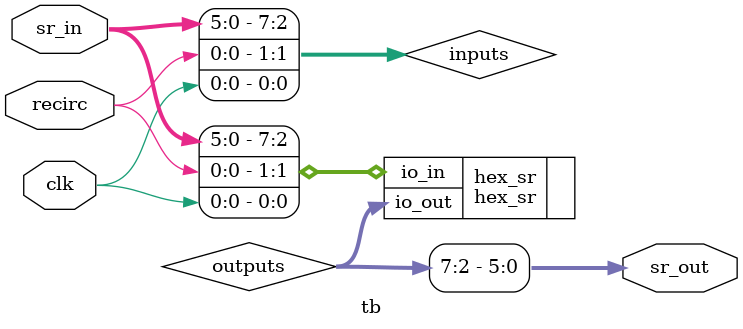
<source format=v>
`default_nettype none
`timescale 1ns/1ps

/*
this testbench just instantiates the module and makes some convenient wires
that can be driven / tested by the cocotb test.py
*/

module tb (
    // testbench is controlled by test.py
    input clk,
    input recirc,
    input [5:0] sr_in,
    output [5:0] sr_out
   );

    // this part dumps the trace to a vcd file that can be viewed with GTKWave
    initial begin
        $dumpfile ("tb.vcd");
        $dumpvars (0, tb);
        #1;
    end

    // wire up the inputs and outputs
    wire [7:0] inputs = {sr_in, recirc, clk};
    wire [7:0] outputs;
    assign sr_out = outputs[7:2];

    // instantiate the DUT
    hex_sr #(.LENGTH(40)) hex_sr(
        .io_in  (inputs),
        .io_out (outputs)
        );

endmodule

</source>
